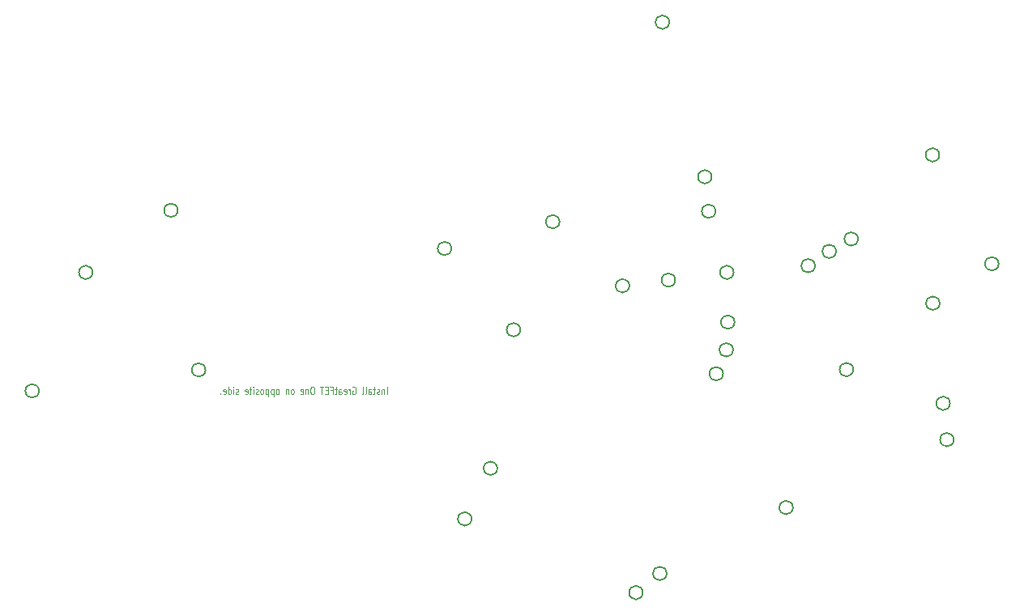
<source format=gbr>
G04 #@! TF.GenerationSoftware,KiCad,Pcbnew,6.0.10-86aedd382b~118~ubuntu22.04.1*
G04 #@! TF.CreationDate,2023-01-31T23:44:10-05:00*
G04 #@! TF.ProjectId,operacake,6f706572-6163-4616-9b65-2e6b69636164,rev?*
G04 #@! TF.SameCoordinates,Original*
G04 #@! TF.FileFunction,Legend,Bot*
G04 #@! TF.FilePolarity,Positive*
%FSLAX46Y46*%
G04 Gerber Fmt 4.6, Leading zero omitted, Abs format (unit mm)*
G04 Created by KiCad (PCBNEW 6.0.10-86aedd382b~118~ubuntu22.04.1) date 2023-01-31 23:44:10*
%MOMM*%
%LPD*%
G01*
G04 APERTURE LIST*
%ADD10C,0.100000*%
%ADD11C,0.203200*%
G04 APERTURE END LIST*
D10*
X104980000Y-143251904D02*
X104980000Y-142451904D01*
X104694285Y-142718571D02*
X104694285Y-143251904D01*
X104694285Y-142794761D02*
X104665714Y-142756666D01*
X104608571Y-142718571D01*
X104522857Y-142718571D01*
X104465714Y-142756666D01*
X104437142Y-142832857D01*
X104437142Y-143251904D01*
X104180000Y-143213809D02*
X104122857Y-143251904D01*
X104008571Y-143251904D01*
X103951428Y-143213809D01*
X103922857Y-143137619D01*
X103922857Y-143099523D01*
X103951428Y-143023333D01*
X104008571Y-142985238D01*
X104094285Y-142985238D01*
X104151428Y-142947142D01*
X104180000Y-142870952D01*
X104180000Y-142832857D01*
X104151428Y-142756666D01*
X104094285Y-142718571D01*
X104008571Y-142718571D01*
X103951428Y-142756666D01*
X103751428Y-142718571D02*
X103522857Y-142718571D01*
X103665714Y-142451904D02*
X103665714Y-143137619D01*
X103637142Y-143213809D01*
X103580000Y-143251904D01*
X103522857Y-143251904D01*
X103065714Y-143251904D02*
X103065714Y-142832857D01*
X103094285Y-142756666D01*
X103151428Y-142718571D01*
X103265714Y-142718571D01*
X103322857Y-142756666D01*
X103065714Y-143213809D02*
X103122857Y-143251904D01*
X103265714Y-143251904D01*
X103322857Y-143213809D01*
X103351428Y-143137619D01*
X103351428Y-143061428D01*
X103322857Y-142985238D01*
X103265714Y-142947142D01*
X103122857Y-142947142D01*
X103065714Y-142909047D01*
X102694285Y-143251904D02*
X102751428Y-143213809D01*
X102780000Y-143137619D01*
X102780000Y-142451904D01*
X102380000Y-143251904D02*
X102437142Y-143213809D01*
X102465714Y-143137619D01*
X102465714Y-142451904D01*
X101380000Y-142490000D02*
X101437142Y-142451904D01*
X101522857Y-142451904D01*
X101608571Y-142490000D01*
X101665714Y-142566190D01*
X101694285Y-142642380D01*
X101722857Y-142794761D01*
X101722857Y-142909047D01*
X101694285Y-143061428D01*
X101665714Y-143137619D01*
X101608571Y-143213809D01*
X101522857Y-143251904D01*
X101465714Y-143251904D01*
X101380000Y-143213809D01*
X101351428Y-143175714D01*
X101351428Y-142909047D01*
X101465714Y-142909047D01*
X101094285Y-143251904D02*
X101094285Y-142718571D01*
X101094285Y-142870952D02*
X101065714Y-142794761D01*
X101037142Y-142756666D01*
X100980000Y-142718571D01*
X100922857Y-142718571D01*
X100494285Y-143213809D02*
X100551428Y-143251904D01*
X100665714Y-143251904D01*
X100722857Y-143213809D01*
X100751428Y-143137619D01*
X100751428Y-142832857D01*
X100722857Y-142756666D01*
X100665714Y-142718571D01*
X100551428Y-142718571D01*
X100494285Y-142756666D01*
X100465714Y-142832857D01*
X100465714Y-142909047D01*
X100751428Y-142985238D01*
X99951428Y-143251904D02*
X99951428Y-142832857D01*
X99980000Y-142756666D01*
X100037142Y-142718571D01*
X100151428Y-142718571D01*
X100208571Y-142756666D01*
X99951428Y-143213809D02*
X100008571Y-143251904D01*
X100151428Y-143251904D01*
X100208571Y-143213809D01*
X100237142Y-143137619D01*
X100237142Y-143061428D01*
X100208571Y-142985238D01*
X100151428Y-142947142D01*
X100008571Y-142947142D01*
X99951428Y-142909047D01*
X99751428Y-142718571D02*
X99522857Y-142718571D01*
X99665714Y-142451904D02*
X99665714Y-143137619D01*
X99637142Y-143213809D01*
X99580000Y-143251904D01*
X99522857Y-143251904D01*
X99122857Y-142832857D02*
X99322857Y-142832857D01*
X99322857Y-143251904D02*
X99322857Y-142451904D01*
X99037142Y-142451904D01*
X98808571Y-142832857D02*
X98608571Y-142832857D01*
X98522857Y-143251904D02*
X98808571Y-143251904D01*
X98808571Y-142451904D01*
X98522857Y-142451904D01*
X98351428Y-142451904D02*
X98008571Y-142451904D01*
X98179999Y-143251904D02*
X98179999Y-142451904D01*
X97237142Y-142451904D02*
X97122857Y-142451904D01*
X97065714Y-142490000D01*
X97008571Y-142566190D01*
X96980000Y-142718571D01*
X96980000Y-142985238D01*
X97008571Y-143137619D01*
X97065714Y-143213809D01*
X97122857Y-143251904D01*
X97237142Y-143251904D01*
X97294285Y-143213809D01*
X97351428Y-143137619D01*
X97380000Y-142985238D01*
X97380000Y-142718571D01*
X97351428Y-142566190D01*
X97294285Y-142490000D01*
X97237142Y-142451904D01*
X96722857Y-142718571D02*
X96722857Y-143251904D01*
X96722857Y-142794761D02*
X96694285Y-142756666D01*
X96637142Y-142718571D01*
X96551428Y-142718571D01*
X96494285Y-142756666D01*
X96465714Y-142832857D01*
X96465714Y-143251904D01*
X95951428Y-143213809D02*
X96008571Y-143251904D01*
X96122857Y-143251904D01*
X96179999Y-143213809D01*
X96208571Y-143137619D01*
X96208571Y-142832857D01*
X96179999Y-142756666D01*
X96122857Y-142718571D01*
X96008571Y-142718571D01*
X95951428Y-142756666D01*
X95922857Y-142832857D01*
X95922857Y-142909047D01*
X96208571Y-142985238D01*
X95122857Y-143251904D02*
X95179999Y-143213809D01*
X95208571Y-143175714D01*
X95237142Y-143099523D01*
X95237142Y-142870952D01*
X95208571Y-142794761D01*
X95179999Y-142756666D01*
X95122857Y-142718571D01*
X95037142Y-142718571D01*
X94979999Y-142756666D01*
X94951428Y-142794761D01*
X94922857Y-142870952D01*
X94922857Y-143099523D01*
X94951428Y-143175714D01*
X94979999Y-143213809D01*
X95037142Y-143251904D01*
X95122857Y-143251904D01*
X94665714Y-142718571D02*
X94665714Y-143251904D01*
X94665714Y-142794761D02*
X94637142Y-142756666D01*
X94579999Y-142718571D01*
X94494285Y-142718571D01*
X94437142Y-142756666D01*
X94408571Y-142832857D01*
X94408571Y-143251904D01*
X93579999Y-143251904D02*
X93637142Y-143213809D01*
X93665714Y-143175714D01*
X93694285Y-143099523D01*
X93694285Y-142870952D01*
X93665714Y-142794761D01*
X93637142Y-142756666D01*
X93579999Y-142718571D01*
X93494285Y-142718571D01*
X93437142Y-142756666D01*
X93408571Y-142794761D01*
X93379999Y-142870952D01*
X93379999Y-143099523D01*
X93408571Y-143175714D01*
X93437142Y-143213809D01*
X93494285Y-143251904D01*
X93579999Y-143251904D01*
X93122857Y-142718571D02*
X93122857Y-143518571D01*
X93122857Y-142756666D02*
X93065714Y-142718571D01*
X92951428Y-142718571D01*
X92894285Y-142756666D01*
X92865714Y-142794761D01*
X92837142Y-142870952D01*
X92837142Y-143099523D01*
X92865714Y-143175714D01*
X92894285Y-143213809D01*
X92951428Y-143251904D01*
X93065714Y-143251904D01*
X93122857Y-143213809D01*
X92579999Y-142718571D02*
X92579999Y-143518571D01*
X92579999Y-142756666D02*
X92522857Y-142718571D01*
X92408571Y-142718571D01*
X92351428Y-142756666D01*
X92322857Y-142794761D01*
X92294285Y-142870952D01*
X92294285Y-143099523D01*
X92322857Y-143175714D01*
X92351428Y-143213809D01*
X92408571Y-143251904D01*
X92522857Y-143251904D01*
X92579999Y-143213809D01*
X91951428Y-143251904D02*
X92008571Y-143213809D01*
X92037142Y-143175714D01*
X92065714Y-143099523D01*
X92065714Y-142870952D01*
X92037142Y-142794761D01*
X92008571Y-142756666D01*
X91951428Y-142718571D01*
X91865714Y-142718571D01*
X91808571Y-142756666D01*
X91779999Y-142794761D01*
X91751428Y-142870952D01*
X91751428Y-143099523D01*
X91779999Y-143175714D01*
X91808571Y-143213809D01*
X91865714Y-143251904D01*
X91951428Y-143251904D01*
X91522857Y-143213809D02*
X91465714Y-143251904D01*
X91351428Y-143251904D01*
X91294285Y-143213809D01*
X91265714Y-143137619D01*
X91265714Y-143099523D01*
X91294285Y-143023333D01*
X91351428Y-142985238D01*
X91437142Y-142985238D01*
X91494285Y-142947142D01*
X91522857Y-142870952D01*
X91522857Y-142832857D01*
X91494285Y-142756666D01*
X91437142Y-142718571D01*
X91351428Y-142718571D01*
X91294285Y-142756666D01*
X91008571Y-143251904D02*
X91008571Y-142718571D01*
X91008571Y-142451904D02*
X91037142Y-142490000D01*
X91008571Y-142528095D01*
X90979999Y-142490000D01*
X91008571Y-142451904D01*
X91008571Y-142528095D01*
X90808571Y-142718571D02*
X90579999Y-142718571D01*
X90722857Y-142451904D02*
X90722857Y-143137619D01*
X90694285Y-143213809D01*
X90637142Y-143251904D01*
X90579999Y-143251904D01*
X90151428Y-143213809D02*
X90208571Y-143251904D01*
X90322857Y-143251904D01*
X90379999Y-143213809D01*
X90408571Y-143137619D01*
X90408571Y-142832857D01*
X90379999Y-142756666D01*
X90322857Y-142718571D01*
X90208571Y-142718571D01*
X90151428Y-142756666D01*
X90122857Y-142832857D01*
X90122857Y-142909047D01*
X90408571Y-142985238D01*
X89437142Y-143213809D02*
X89379999Y-143251904D01*
X89265714Y-143251904D01*
X89208571Y-143213809D01*
X89179999Y-143137619D01*
X89179999Y-143099523D01*
X89208571Y-143023333D01*
X89265714Y-142985238D01*
X89351428Y-142985238D01*
X89408571Y-142947142D01*
X89437142Y-142870952D01*
X89437142Y-142832857D01*
X89408571Y-142756666D01*
X89351428Y-142718571D01*
X89265714Y-142718571D01*
X89208571Y-142756666D01*
X88922857Y-143251904D02*
X88922857Y-142718571D01*
X88922857Y-142451904D02*
X88951428Y-142490000D01*
X88922857Y-142528095D01*
X88894285Y-142490000D01*
X88922857Y-142451904D01*
X88922857Y-142528095D01*
X88379999Y-143251904D02*
X88379999Y-142451904D01*
X88379999Y-143213809D02*
X88437142Y-143251904D01*
X88551428Y-143251904D01*
X88608571Y-143213809D01*
X88637142Y-143175714D01*
X88665714Y-143099523D01*
X88665714Y-142870952D01*
X88637142Y-142794761D01*
X88608571Y-142756666D01*
X88551428Y-142718571D01*
X88437142Y-142718571D01*
X88379999Y-142756666D01*
X87865714Y-143213809D02*
X87922857Y-143251904D01*
X88037142Y-143251904D01*
X88094285Y-143213809D01*
X88122857Y-143137619D01*
X88122857Y-142832857D01*
X88094285Y-142756666D01*
X88037142Y-142718571D01*
X87922857Y-142718571D01*
X87865714Y-142756666D01*
X87837142Y-142832857D01*
X87837142Y-142909047D01*
X88122857Y-142985238D01*
X87579999Y-143175714D02*
X87551428Y-143213809D01*
X87579999Y-143251904D01*
X87608571Y-143213809D01*
X87579999Y-143175714D01*
X87579999Y-143251904D01*
D11*
G04 #@! TO.C,TP1*
X149711200Y-129800000D02*
G75*
G03*
X149711200Y-129800000I-711200J0D01*
G01*
G04 #@! TO.C,TP2*
X163824920Y-144198340D02*
G75*
G03*
X163824920Y-144198340I-711200J0D01*
G01*
G04 #@! TO.C,TP3*
X151911200Y-128300000D02*
G75*
G03*
X151911200Y-128300000I-711200J0D01*
G01*
G04 #@! TO.C,TP4*
X154211200Y-127000000D02*
G75*
G03*
X154211200Y-127000000I-711200J0D01*
G01*
G04 #@! TO.C,TP5*
X164211200Y-148000000D02*
G75*
G03*
X164211200Y-148000000I-711200J0D01*
G01*
G04 #@! TO.C,TP6*
X140111200Y-141100000D02*
G75*
G03*
X140111200Y-141100000I-711200J0D01*
G01*
G04 #@! TO.C,TP7*
X135111200Y-131300000D02*
G75*
G03*
X135111200Y-131300000I-711200J0D01*
G01*
G04 #@! TO.C,TP8*
X141211200Y-130500000D02*
G75*
G03*
X141211200Y-130500000I-711200J0D01*
G01*
G04 #@! TO.C,TP9*
X118911200Y-136500000D02*
G75*
G03*
X118911200Y-136500000I-711200J0D01*
G01*
G04 #@! TO.C,TP10*
X130311200Y-131900000D02*
G75*
G03*
X130311200Y-131900000I-711200J0D01*
G01*
G04 #@! TO.C,TP11*
X139311200Y-124100000D02*
G75*
G03*
X139311200Y-124100000I-711200J0D01*
G01*
G04 #@! TO.C,TP12*
X138911200Y-120500000D02*
G75*
G03*
X138911200Y-120500000I-711200J0D01*
G01*
G04 #@! TO.C,TP13*
X134481200Y-104323600D02*
G75*
G03*
X134481200Y-104323600I-711200J0D01*
G01*
G04 #@! TO.C,TP14*
X111711200Y-128000000D02*
G75*
G03*
X111711200Y-128000000I-711200J0D01*
G01*
G04 #@! TO.C,TP15*
X123011200Y-125200000D02*
G75*
G03*
X123011200Y-125200000I-711200J0D01*
G01*
G04 #@! TO.C,TP16*
X116511200Y-151000000D02*
G75*
G03*
X116511200Y-151000000I-711200J0D01*
G01*
G04 #@! TO.C,TP17*
X113817400Y-156286200D02*
G75*
G03*
X113817400Y-156286200I-711200J0D01*
G01*
G04 #@! TO.C,TP18*
X68611200Y-142900000D02*
G75*
G03*
X68611200Y-142900000I-711200J0D01*
G01*
G04 #@! TO.C,TP19*
X74211200Y-130500000D02*
G75*
G03*
X74211200Y-130500000I-711200J0D01*
G01*
G04 #@! TO.C,TP20*
X86011200Y-140700000D02*
G75*
G03*
X86011200Y-140700000I-711200J0D01*
G01*
G04 #@! TO.C,TP21*
X83111200Y-124000000D02*
G75*
G03*
X83111200Y-124000000I-711200J0D01*
G01*
G04 #@! TO.C,TP22*
X168911200Y-129600000D02*
G75*
G03*
X168911200Y-129600000I-711200J0D01*
G01*
G04 #@! TO.C,TP23*
X162742880Y-133725920D02*
G75*
G03*
X162742880Y-133725920I-711200J0D01*
G01*
G04 #@! TO.C,TP24*
X162711200Y-118200000D02*
G75*
G03*
X162711200Y-118200000I-711200J0D01*
G01*
G04 #@! TO.C,TP25*
X153711200Y-140667998D02*
G75*
G03*
X153711200Y-140667998I-711200J0D01*
G01*
G04 #@! TO.C,TP26*
X134211200Y-162000000D02*
G75*
G03*
X134211200Y-162000000I-711200J0D01*
G01*
G04 #@! TO.C,TP27*
X131711200Y-164000000D02*
G75*
G03*
X131711200Y-164000000I-711200J0D01*
G01*
G04 #@! TO.C,TP28*
X147411200Y-155100000D02*
G75*
G03*
X147411200Y-155100000I-711200J0D01*
G01*
G04 #@! TO.C,TP29*
X141311200Y-135700000D02*
G75*
G03*
X141311200Y-135700000I-711200J0D01*
G01*
G04 #@! TO.C,TP30*
X141151200Y-138600000D02*
G75*
G03*
X141151200Y-138600000I-711200J0D01*
G01*
G04 #@! TD*
M02*

</source>
